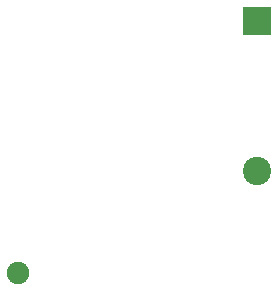
<source format=gbs>
G04 #@! TF.FileFunction,Soldermask,Bot*
%FSLAX46Y46*%
G04 Gerber Fmt 4.6, Leading zero omitted, Abs format (unit mm)*
G04 Created by KiCad (PCBNEW 4.0.7) date 02/28/18 21:52:48*
%MOMM*%
%LPD*%
G01*
G04 APERTURE LIST*
%ADD10C,0.100000*%
%ADD11R,2.400000X2.400000*%
%ADD12C,2.400000*%
%ADD13C,1.900000*%
G04 APERTURE END LIST*
D10*
D11*
X169113200Y-93065600D03*
D12*
X169113200Y-105765600D03*
D13*
X148844000Y-114363500D03*
M02*

</source>
